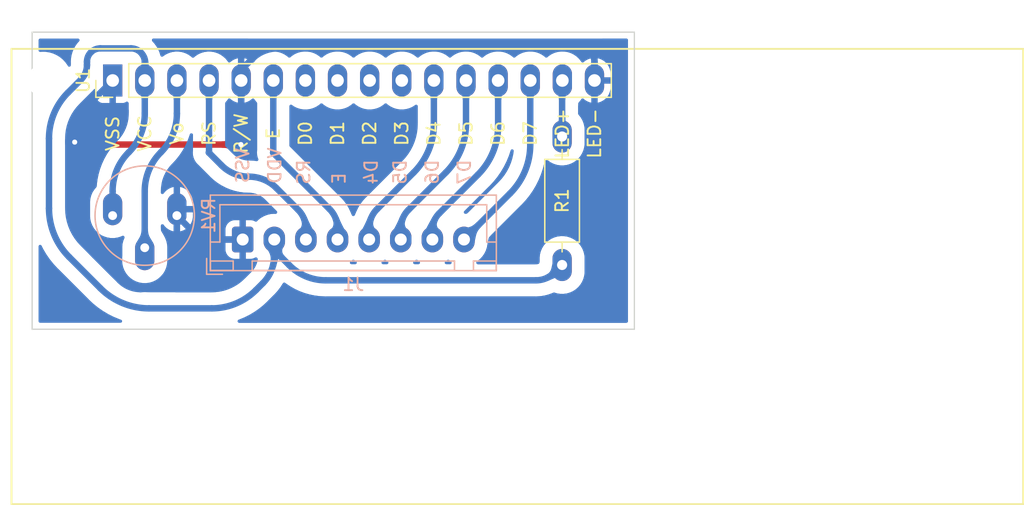
<source format=kicad_pcb>
(kicad_pcb (version 20211014) (generator pcbnew)
  (layers (0 "F.Cu" signal) (31 "B.Cu" signal) (34 "B.Paste" user) (35 "F.Paste" user) (36 "B.SilkS" user "B.Silkscreen") (37 "F.SilkS" user "F.Silkscreen") (38 "B.Mask" user) (39 "F.Mask" user) (44 "Edge.Cuts" user))
  (net 0 "")
  (net 1 "GND")
  (net 2 "+5V")
  (net 3 "Net-(J1-Pad3)")
  (net 4 "Net-(J1-Pad4)")
  (net 5 "Net-(J1-Pad5)")
  (net 6 "Net-(J1-Pad6)")
  (net 7 "Net-(J1-Pad7)")
  (net 8 "Net-(J1-Pad8)")
  (net 9 "Net-(R1-Pad1)")
  (net 10 "Net-(RV1-Pad2)")
  (footprint "My_Misc:R_Axial_DIN0207_L6.3mm_D2.5mm_P10.16mm_Horizontal_larger_pads" (layer "F.Cu") (at 149.86 80.01 -90)
    (fp_text reference "R1" (at 5.08 0 90) (layer "F.SilkS"))
    (fp_text value "220R")
    (fp_line (start 9.12 0) (end 8.35 0) (layer "F.SilkS") (width 0.12))
    (fp_line (start 1.04 0) (end 1.81 0) (layer "F.SilkS") (width 0.12))
    (fp_line (start 1.81 1.37) (end 8.35 1.37) (layer "F.SilkS") (width 0.12))
    (fp_line (start 1.81 -1.37) (end 1.81 1.37) (layer "F.SilkS") (width 0.12))
    (fp_line (start 8.35 -1.37) (end 1.81 -1.37) (layer "F.SilkS") (width 0.12))
    (fp_line (start 8.35 1.37) (end 8.35 -1.37) (layer "F.SilkS") (width 0.12))
    (pad "1" thru_hole oval (at 0 0 270) (size 2.54 1.524) (drill 0.8) (layers *.Cu *.Mask) (net 9 "Net-(R1-Pad1)"))
    (pad "2" thru_hole oval (at 10.16 0 270) (size 2.54 1.524) (drill 0.8) (layers *.Cu *.Mask) (net 2 "+5V"))
  )
  (footprint "My_Parts:LCD_HD44780_16x2_w_headers_large" (layer "F.Cu") (at 114.32 75.58)
    (fp_text reference "U1" (at -2.33 0 90) (layer "F.SilkS"))
    (fp_text value "LCD_HD44780")
    (fp_text user "D1" (at 17.78 4.19 90) (layer "F.SilkS"))
    (fp_text user "E" (at 12.7 4.19 90) (layer "F.SilkS"))
    (fp_text user "Vo" (at 5.08 4.19 90) (layer "F.SilkS"))
    (fp_text user "D5" (at 27.94 4.19 90) (layer "F.SilkS"))
    (fp_text user "LED-" (at 38.1 4.19 90) (layer "F.SilkS"))
    (fp_text user "D3" (at 22.86 4.19 90) (layer "F.SilkS"))
    (fp_text user "R/W" (at 10.16 4.19 90) (layer "F.SilkS"))
    (fp_text user "D4" (at 25.4 4.19 90) (layer "F.SilkS"))
    (fp_text user "VCC" (at 2.54 4.19 90) (layer "F.SilkS"))
    (fp_text user "D0" (at 15.24 4.19 90) (layer "F.SilkS"))
    (fp_text user "D2" (at 20.32 4.19 90) (layer "F.SilkS"))
    (fp_text user "D6" (at 30.48 4.19 90) (layer "F.SilkS"))
    (fp_text user "LED+" (at 35.56 4.19 90) (layer "F.SilkS"))
    (fp_text user "VSS" (at 0 4.19 90) (layer "F.SilkS"))
    (fp_text user "RS" (at 7.62 4.19 90) (layer "F.SilkS"))
    (fp_text user "D7" (at 33.02 4.19 90) (layer "F.SilkS"))
    (fp_line (start 72 -2.5) (end -8 -2.5) (layer "F.SilkS") (width 0.15))
    (fp_line (start 1.27 -1.33) (end 39.43 -1.33) (layer "F.SilkS") (width 0.12))
    (fp_line (start 0 1.33) (end -1.33 1.33) (layer "F.SilkS") (width 0.12))
    (fp_line (start -8 -2.5) (end -8 33.5) (layer "F.SilkS") (width 0.15))
    (fp_line (start -8 33.5) (end 72 33.5) (layer "F.SilkS") (width 0.15))
    (fp_line (start -1.33 1.33) (end -1.33 0) (layer "F.SilkS") (width 0.12))
    (fp_line (start 1.27 1.33) (end 39.43 1.33) (layer "F.SilkS") (width 0.12))
    (fp_line (start 1.27 1.33) (end 1.27 -1.33) (layer "F.SilkS") (width 0.12))
    (fp_line (start 72 33.5) (end 72 -2.5) (layer "F.SilkS") (width 0.15))
    (fp_line (start 39.43 1.33) (end 39.43 -1.33) (layer "F.SilkS") (width 0.12))
    (pad "" np_thru_hole circle (at 69.5 0) (size 2.5 2.5) (drill 2.5) (layers *.Cu *.Mask))
    (pad "" np_thru_hole circle (at -5.5 0) (size 2.5 2.5) (drill 2.5) (layers *.Cu *.Mask))
    (pad "" np_thru_hole circle (at -5.5 31) (size 2.5 2.5) (drill 2.5) (layers *.Cu *.Mask))
    (pad "" np_thru_hole circle (at 69.5 31) (size 2.5 2.5) (drill 2.5) (layers *.Cu *.Mask))
    (pad "1" thru_hole rect (at 0 0 90) (size 2.54 1.524) (drill 1) (layers *.Cu *.Mask) (net 1 "GND"))
    (pad "2" thru_hole oval (at 2.54 0 90) (size 2.54 1.524) (drill 1) (layers *.Cu *.Mask) (net 2 "+5V"))
    (pad "3" thru_hole oval (at 5.08 0 90) (size 2.54 1.524) (drill 1) (layers *.Cu *.Mask) (net 10 "Net-(RV1-Pad2)"))
    (pad "4" thru_hole oval (at 7.62 0 90) (size 2.54 1.524) (drill 1) (layers *.Cu *.Mask) (net 3 "Net-(J1-Pad3)"))
    (pad "5" thru_hole oval (at 10.16 0 90) (size 2.54 1.524) (drill 1) (layers *.Cu *.Mask) (net 1 "GND"))
    (pad "6" thru_hole oval (at 12.7 0 90) (size 2.54 1.524) (drill 1) (layers *.Cu *.Mask) (net 4 "Net-(J1-Pad4)"))
    (pad "7" thru_hole oval (at 15.24 0 90) (size 2.54 1.524) (drill 1) (layers *.Cu *.Mask))
    (pad "8" thru_hole oval (at 17.78 0 90) (size 2.54 1.524) (drill 1) (layers *.Cu *.Mask))
    (pad "9" thru_hole oval (at 20.32 0 90) (size 2.54 1.524) (drill 1) (layers *.Cu *.Mask))
    (pad "10" thru_hole oval (at 22.86 0 90) (size 2.54 1.524) (drill 1) (layers *.Cu *.Mask))
    (pad "11" thru_hole oval (at 25.4 0 90) (size 2.54 1.524) (drill 1) (layers *.Cu *.Mask) (net 5 "Net-(J1-Pad5)"))
    (pad "12" thru_hole oval (at 27.94 0 90) (size 2.54 1.524) (drill 1) (layers *.Cu *.Mask) (net 6 "Net-(J1-Pad6)"))
    (pad "13" thru_hole oval (at 30.48 0 90) (size 2.54 1.524) (drill 1) (layers *.Cu *.Mask) (net 7 "Net-(J1-Pad7)"))
    (pad "14" thru_hole oval (at 33.02 0 90) (size 2.54 1.524) (drill 1) (layers *.Cu *.Mask) (net 8 "Net-(J1-Pad8)"))
    (pad "15" thru_hole oval (at 35.56 0 90) (size 2.54 1.524) (drill 1) (layers *.Cu *.Mask) (net 9 "Net-(R1-Pad1)"))
    (pad "16" thru_hole oval (at 38.1 0 90) (size 2.54 1.524) (drill 1) (layers *.Cu *.Mask) (net 1 "GND"))
  )
  (footprint "My_Misc:Potentiometer_Bourns_3339P_Vertical_large" (layer "B.Cu") (at 114.315 86.2635 90)
    (fp_text reference "RV1" (at 0 7.6 90) (layer "B.SilkS") (effects (justify mirror)))
    (fp_text value "10k")
    (fp_circle (center 0 2.54) (end 3.93 2.54) (layer "B.SilkS") (width 0.12) (fill none))
    (pad "1" thru_hole oval locked (at 0 0 90) (size 2.54 1.524) (drill 0.7 (offset 0.508 0)) (layers *.Cu *.Mask) (net 2 "+5V"))
    (pad "2" thru_hole oval locked (at -2.54 2.54 90) (size 2.54 1.524) (drill 0.7 (offset -0.508 0)) (layers *.Cu *.Mask) (net 10 "Net-(RV1-Pad2)"))
    (pad "3" thru_hole oval locked (at 0 5.08 90) (size 2.54 1.524) (drill 0.7 (offset 0.508 0)) (layers *.Cu *.Mask) (net 1 "GND"))
  )
  (footprint "My_Headers:8-pin JST LCD" (layer "B.Cu") (at 124.6 88.155)
    (fp_text reference "J1" (at 8.75 3.55) (layer "B.SilkS") (effects (justify mirror)))
    (fp_text value "8-pin_header_LCD_interface")
    (fp_text user "VSS" (at 0 -5.842 90 unlocked) (layer "B.SilkS") (effects (justify mirror)))
    (fp_text user "D5" (at 12.446 -5.334 90 unlocked) (layer "B.SilkS") (effects (justify mirror)))
    (fp_text user "RS" (at 4.826 -5.334 90 unlocked) (layer "B.SilkS") (effects (justify mirror)))
    (fp_text user "VDD" (at 2.54 -5.842 90 unlocked) (layer "B.SilkS") (effects (justify mirror)))
    (fp_text user "E" (at 7.62 -4.826 90 unlocked) (layer "B.SilkS") (effects (justify mirror)))
    (fp_text user "D6" (at 14.986 -5.334 90 unlocked) (layer "B.SilkS") (effects (justify mirror)))
    (fp_text user "D7" (at 17.526 -5.334 90 unlocked) (layer "B.SilkS") (effects (justify mirror)))
    (fp_text user "D4" (at 10.16 -5.334 90 unlocked) (layer "B.SilkS") (effects (justify mirror)))
    (fp_line (start -2.56 2.46) (end -2.56 -3.51) (layer "B.SilkS") (width 0.12))
    (fp_line (start -0.75 1.7) (end -0.75 2.45) (layer "B.SilkS") (width 0.12))
    (fp_line (start -1.6 2.75) (end -2.85 2.75) (layer "B.SilkS") (width 0.12))
    (fp_line (start -1.8 0.2) (end -1.8 -2.75) (layer "B.SilkS") (width 0.12))
    (fp_line (start 19.3 -2.75) (end 8.75 -2.75) (layer "B.SilkS") (width 0.12))
    (fp_line (start 20.05 1.7) (end 20.05 2.45) (layer "B.SilkS") (width 0.12))
    (fp_line (start -2.55 1.7) (end -0.75 1.7) (layer "B.SilkS") (width 0.12))
    (fp_line (start -2.85 2.75) (end -2.85 1.5) (layer "B.SilkS") (width 0.12))
    (fp_line (start 16.75 2.45) (end 0.75 2.45) (layer "B.SilkS") (width 0.12))
    (fp_line (start 20.06 -3.51) (end 20.06 2.46) (layer "B.SilkS") (width 0.12))
    (fp_line (start 20.06 2.46) (end -2.56 2.46) (layer "B.SilkS") (width 0.12))
    (fp_line (start 0.75 2.45) (end 0.75 1.7) (layer "B.SilkS") (width 0.12))
    (fp_line (start 19.3 0.2) (end 19.3 -2.75) (layer "B.SilkS") (width 0.12))
    (fp_line (start 20.05 2.45) (end 18.25 2.45) (layer "B.SilkS") (width 0.12))
    (fp_line (start -1.8 -2.75) (end 8.75 -2.75) (layer "B.SilkS") (width 0.12))
    (fp_line (start -0.75 2.45) (end -2.55 2.45) (layer "B.SilkS") (width 0.12))
    (fp_line (start 18.25 2.45) (end 18.25 1.7) (layer "B.SilkS") (width 0.12))
    (fp_line (start 0.75 1.7) (end 16.75 1.7) (layer "B.SilkS") (width 0.12))
    (fp_line (start 18.25 1.7) (end 20.05 1.7) (layer "B.SilkS") (width 0.12))
    (fp_line (start -2.55 2.45) (end -2.55 1.7) (layer "B.SilkS") (width 0.12))
    (fp_line (start -2.55 0.2) (end -1.8 0.2) (layer "B.SilkS") (width 0.12))
    (fp_line (start 16.75 1.7) (end 16.75 2.45) (layer "B.SilkS") (width 0.12))
    (fp_line (start -2.56 -3.51) (end 20.06 -3.51) (layer "B.SilkS") (width 0.12))
    (fp_line (start 20.05 0.2) (end 19.3 0.2) (layer "B.SilkS") (width 0.12))
    (pad "1" thru_hole roundrect (at 0 0) (size 1.7 2.032) (drill 0.95) (layers *.Cu *.Mask) (roundrect_rratio 0.147059) (net 1 "GND"))
    (pad "2" thru_hole oval (at 2.5 0) (size 1.7 2.032) (drill 0.95) (layers *.Cu *.Mask) (net 2 "+5V"))
    (pad "3" thru_hole oval (at 5 0) (size 1.7 2.032) (drill 0.95) (layers *.Cu *.Mask) (net 3 "Net-(J1-Pad3)"))
    (pad "4" thru_hole oval (at 7.5 0) (size 1.7 2.032) (drill 0.95) (layers *.Cu *.Mask) (net 4 "Net-(J1-Pad4)"))
    (pad "5" thru_hole oval (at 10 0) (size 1.7 2.032) (drill 0.95) (layers *.Cu *.Mask) (net 5 "Net-(J1-Pad5)"))
    (pad "6" thru_hole oval (at 12.5 0) (size 1.7 2.032) (drill 0.95) (layers *.Cu *.Mask) (net 6 "Net-(J1-Pad6)"))
    (pad "7" thru_hole oval (at 15 0) (size 1.7 2.032) (drill 0.95) (layers *.Cu *.Mask) (net 7 "Net-(J1-Pad7)"))
    (pad "8" thru_hole oval (at 17.5 0) (size 1.7 2.032) (drill 0.95) (layers *.Cu *.Mask) (net 8 "Net-(J1-Pad8)"))
  )
  (gr_line (start 107.95 95.25) (end 107.95 71.755) (layer "Edge.Cuts") (width 0.1))
  (gr_line (start 155.575 95.25) (end 107.95 95.25) (layer "Edge.Cuts") (width 0.1))
  (gr_line (start 155.575 71.755) (end 155.575 95.25) (layer "Edge.Cuts") (width 0.1))
  (gr_line (start 107.95 71.755) (end 155.575 71.755) (layer "Edge.Cuts") (width 0.1))
  (segment (start 111.412068 80.54931) (end 111.316379 80.453621) (width 0.508) (layer "F.Cu") (net 1))
  (segment (start 111.643083 80.645) (end 124.46 80.645) (width 0.508) (layer "F.Cu") (net 1))
  (via (at 124.46 80.645) (size 1.524) (drill 0.4) (layers "F.Cu" "B.Cu") (net 1))
  (via (at 111.316379 80.453621) (size 1.524) (drill 0.4) (layers "F.Cu" "B.Cu") (net 1))
  (arc (start 111.412068 80.54931) (mid 111.518058 80.62013) (end 111.643083 80.645) (width 0.508) (layer "F.Cu") (net 1))
  (segment (start 111.316379 85.567415) (end 111.316379 80.453621) (width 0.508) (layer "B.Cu") (net 1))
  (segment (start 119.395 86.2635) (end 120.34075 87.20925) (width 0.508) (layer "B.Cu") (net 1))
  (segment (start 124.46 80.645) (end 124.47 80.635) (width 0.508) (layer "B.Cu") (net 1))
  (segment (start 112.910171 89.415171) (end 114.89648 91.40148) (width 0.508) (layer "B.Cu") (net 1))
  (segment (start 118.434999 91.114999) (end 118.148519 91.40148) (width 0.508) (layer "B.Cu") (net 1))
  (segment (start 125.329158 73.889158) (end 124.777579 74.440738) (width 0.508) (layer "B.Cu") (net 1))
  (segment (start 127.37921 73.04) (end 151.327451 73.04) (width 0.508) (layer "B.Cu") (net 1))
  (segment (start 122.623992 88.155) (end 124.6 88.155) (width 0.508) (layer "B.Cu") (net 1))
  (segment (start 111.316379 79.518621) (end 111.316379 80.453621) (width 0.508) (layer "B.Cu") (net 1))
  (segment (start 124.48 76.000841) (end 124.48 80.610857) (width 0.508) (layer "B.Cu") (net 1))
  (segment (start 111.977523 77.922476) (end 114.32 75.58) (width 0.508) (layer "B.Cu") (net 1))
  (segment (start 152.42 74.132548) (end 152.42 75.58) (width 0.508) (layer "B.Cu") (net 1))
  (segment (start 119.395 86.2635) (end 119.395 88.797354) (width 0.508) (layer "B.Cu") (net 1))
  (segment (start 124.48 75.159159) (end 124.48 76.000841) (width 0.508) (layer "B.Cu") (net 1))
  (arc (start 152.1 73.36) (mid 152.336834 73.714448) (end 152.42 74.132548) (width 0.508) (layer "B.Cu") (net 1))
  (arc (start 120.34075 87.20925) (mid 121.38831 87.909207) (end 122.623992 88.155) (width 0.508) (layer "B.Cu") (net 1))
  (arc (start 118.148519 91.40148) (mid 117.402495 91.899957) (end 116.5225 92.075) (width 0.508) (layer "B.Cu") (net 1))
  (arc (start 111.316379 85.567415) (mid 111.730592 87.649805) (end 112.910171 89.415171) (width 0.508) (layer "B.Cu") (net 1))
  (arc (start 114.89648 91.40148) (mid 115.642504 91.899957) (end 116.5225 92.075) (width 0.508) (layer "B.Cu") (net 1))
  (arc (start 152.1 73.36) (mid 151.745551 73.123165) (end 151.327451 73.04) (width 0.508) (layer "B.Cu") (net 1))
  (arc (start 124.48 80.610857) (mid 124.477401 80.623923) (end 124.47 80.635) (width 0.508) (layer "B.Cu") (net 1))
  (arc (start 127.37921 73.04) (mid 126.26973 73.260688) (end 125.329158 73.889158) (width 0.508) (layer "B.Cu") (net 1))
  (arc (start 124.777579 74.440738) (mid 124.557338 74.770352) (end 124.48 75.159159) (width 0.508) (layer "B.Cu") (net 1))
  (arc (start 111.977523 77.922476) (mid 111.488204 78.654793) (end 111.316379 79.518621) (width 0.508) (layer "B.Cu") (net 1))
  (arc (start 119.395 88.797354) (mid 119.145503 90.051654) (end 118.434999 91.114999) (width 0.508) (layer "B.Cu") (net 1))
  (segment (start 113.344945 92.005207) (end 110.878171 89.538433) (width 0.508) (layer "B.Cu") (net 2))
  (segment (start 122.159632 93.599) (end 117.192701 93.599) (width 0.508) (layer "B.Cu") (net 2))
  (segment (start 110.786189 76.53881) (end 111.801156 75.523843) (width 0.508) (layer "B.Cu") (net 2))
  (segment (start 149.253912 90.776087) (end 149.86 90.17) (width 0.508) (layer "B.Cu") (net 2))
  (segment (start 147.790687 91.382175) (end 131.166627 91.382175) (width 0.508) (layer "B.Cu") (net 2))
  (segment (start 115.767451 73.04) (end 113.346406 73.04) (width 0.508) (layer "B.Cu") (net 2))
  (segment (start 116.86 75.58) (end 116.86 78.190413) (width 0.508) (layer "B.Cu") (net 2))
  (segment (start 125.652999 92.151999) (end 126.198438 91.606561) (width 0.508) (layer "B.Cu") (net 2))
  (segment (start 116.86 74.132548) (end 116.86 75.58) (width 0.508) (layer "B.Cu") (net 2))
  (segment (start 127.1 88.5775) (end 127.1 89.43) (width 0.508) (layer "B.Cu") (net 2))
  (segment (start 114.315 84.334586) (end 114.315 86.2635) (width 0.508) (layer "B.Cu") (net 2))
  (segment (start 109.284379 80.164501) (end 109.284379 85.690677) (width 0.508) (layer "B.Cu") (net 2))
  (segment (start 127.398752 89.298752) (end 128.291087 90.191087) (width 0.508) (layer "B.Cu") (net 2))
  (segment (start 112.288 74.098406) (end 112.288 74.3485) (width 0.508) (layer "B.Cu") (net 2))
  (arc (start 127.1 89.43) (mid 126.865691 90.607946) (end 126.198438 91.606561) (width 0.508) (layer "B.Cu") (net 2))
  (arc (start 110.786189 76.53881) (mid 109.674686 78.202291) (end 109.284379 80.164501) (width 0.508) (layer "B.Cu") (net 2))
  (arc (start 112.598 73.35) (mid 112.368566 73.693371) (end 112.288 74.098406) (width 0.508) (layer "B.Cu") (net 2))
  (arc (start 113.344945 92.005207) (mid 115.11031 93.184786) (end 117.192701 93.599) (width 0.508) (layer "B.Cu") (net 2))
  (arc (start 125.652999 92.151999) (mid 124.050229 93.222936) (end 122.159632 93.599) (width 0.508) (layer "B.Cu") (net 2))
  (arc (start 128.291087 90.191087) (mid 129.610396 91.072621) (end 131.166627 91.382175) (width 0.508) (layer "B.Cu") (net 2))
  (arc (start 116.54 73.36) (mid 116.185551 73.123165) (end 115.767451 73.04) (width 0.508) (layer "B.Cu") (net 2))
  (arc (start 109.284379 85.690677) (mid 109.698592 87.773067) (end 110.878171 89.538433) (width 0.508) (layer "B.Cu") (net 2))
  (arc (start 116.54 73.36) (mid 116.776834 73.714448) (end 116.86 74.132548) (width 0.508) (layer "B.Cu") (net 2))
  (arc (start 127.1 88.5775) (mid 127.177643 88.967838) (end 127.398752 89.298752) (width 0.508) (layer "B.Cu") (net 2))
  (arc (start 115.5875 81.2625) (mid 114.645711 82.671985) (end 114.315 84.334586) (width 0.508) (layer "B.Cu") (net 2))
  (arc (start 112.288 74.3485) (mid 112.161473 74.984591) (end 111.801156 75.523843) (width 0.508) (layer "B.Cu") (net 2))
  (arc (start 127.1 88.5775) (mid 127.1 88.5775) (end 127.1 88.5775) (width 0.508) (layer "B.Cu") (net 2))
  (arc (start 116.86 78.190413) (mid 116.529288 79.853014) (end 115.5875 81.2625) (width 0.508) (layer "B.Cu") (net 2))
  (arc (start 113.346406 73.04) (mid 112.941371 73.120566) (end 112.598 73.35) (width 0.508) (layer "B.Cu") (net 2))
  (arc (start 149.253912 90.776087) (mid 148.582578 91.224657) (end 147.790687 91.382175) (width 0.508) (layer "B.Cu") (net 2))
  (segment (start 128.986584 85.806584) (end 127.263025 84.083025) (width 0.508) (layer "B.Cu") (net 3))
  (segment (start 121.94 81.245857) (end 121.94 75.58) (width 0.508) (layer "B.Cu") (net 3))
  (segment (start 121.93 81.29) (end 122.926974 82.286974) (width 0.508) (layer "B.Cu") (net 3))
  (segment (start 129.6 87.2875) (end 129.6 88.155) (width 0.508) (layer "B.Cu") (net 3))
  (arc (start 128.986584 85.806584) (mid 129.440578 86.486034) (end 129.6 87.2875) (width 0.508) (layer "B.Cu") (net 3))
  (arc (start 121.93 81.27) (mid 121.925857 81.28) (end 121.93 81.29) (width 0.508) (layer "B.Cu") (net 3))
  (arc (start 122.926974 82.286974) (mid 123.921672 82.95161) (end 125.095 83.185) (width 0.508) (layer "B.Cu") (net 3))
  (arc (start 127.263025 84.083025) (mid 126.268326 83.418389) (end 125.095 83.185) (width 0.508) (layer "B.Cu") (net 3))
  (arc (start 121.94 81.245857) (mid 121.937401 81.258923) (end 121.93 81.27) (width 0.508) (layer "B.Cu") (net 3))
  (segment (start 131.472442 85.752442) (end 127.01 81.29) (width 0.508) (layer "B.Cu") (net 4))
  (segment (start 132.1 87.2675) (end 132.1 88.155) (width 0.508) (layer "B.Cu") (net 4))
  (segment (start 127.02 81.245857) (end 127.02 75.58) (width 0.508) (layer "B.Cu") (net 4))
  (arc (start 127.02 81.245857) (mid 127.017401 81.258923) (end 127.01 81.27) (width 0.508) (layer "B.Cu") (net 4))
  (arc (start 127.01 81.27) (mid 127.005857 81.28) (end 127.01 81.29) (width 0.508) (layer "B.Cu") (net 4))
  (arc (start 131.472442 85.752442) (mid 131.936902 86.447556) (end 132.1 87.2675) (width 0.508) (layer "B.Cu") (net 4))
  (segment (start 139.72 79.006036) (end 139.72 75.58) (width 0.508) (layer "B.Cu") (net 5))
  (segment (start 134.6 87.2675) (end 134.6 88.155) (width 0.508) (layer "B.Cu") (net 5))
  (segment (start 135.227557 85.752442) (end 138.126207 82.853792) (width 0.508) (layer "B.Cu") (net 5))
  (arc (start 139.72 79.006036) (mid 139.305786 81.088426) (end 138.126207 82.853792) (width 0.508) (layer "B.Cu") (net 5))
  (arc (start 135.227557 85.752442) (mid 134.763096 86.447556) (end 134.6 87.2675) (width 0.508) (layer "B.Cu") (net 5))
  (segment (start 137.1 87.2875) (end 137.1 88.155) (width 0.508) (layer "B.Cu") (net 6))
  (segment (start 137.713415 85.806584) (end 140.666207 82.853792) (width 0.508) (layer "B.Cu") (net 6))
  (segment (start 142.26 79.006036) (end 142.26 75.58) (width 0.508) (layer "B.Cu") (net 6))
  (arc (start 137.713415 85.806584) (mid 137.259421 86.486034) (end 137.1 87.2875) (width 0.508) (layer "B.Cu") (net 6))
  (arc (start 142.26 79.006036) (mid 141.845786 81.088426) (end 140.666207 82.853792) (width 0.508) (layer "B.Cu") (net 6))
  (segment (start 144.8 79.177036) (end 144.8 75.58) (width 0.508) (layer "B.Cu") (net 7))
  (segment (start 143.206207 83.024792) (end 140.138815 86.092184) (width 0.508) (layer "B.Cu") (net 7))
  (segment (start 139.6 87.393) (end 139.6 88.155) (width 0.508) (layer "B.Cu") (net 7))
  (arc (start 144.8 79.177036) (mid 144.385786 81.259426) (end 143.206207 83.024792) (width 0.508) (layer "B.Cu") (net 7))
  (arc (start 140.138815 86.092184) (mid 139.740033 86.689003) (end 139.6 87.393) (width 0.508) (layer "B.Cu") (net 7))
  (segment (start 147.34 80.661036) (end 147.34 75.58) (width 0.508) (layer "B.Cu") (net 8))
  (segment (start 145.746207 84.508792) (end 142.1 88.155) (width 0.508) (layer "B.Cu") (net 8))
  (arc (start 147.34 80.661036) (mid 146.925786 82.743426) (end 145.746207 84.508792) (width 0.508) (layer "B.Cu") (net 8))
  (segment (start 149.87 75.59) (end 149.88 75.58) (width 0.508) (layer "B.Cu") (net 9))
  (segment (start 149.86 75.614142) (end 149.86 80.01) (width 0.508) (layer "B.Cu") (net 9))
  (arc (start 149.87 75.59) (mid 149.862598 75.601076) (end 149.86 75.614142) (width 0.508) (layer "B.Cu") (net 9))
  (segment (start 116.855 84.334586) (end 116.855 88.8035) (width 0.508) (layer "B.Cu") (net 10))
  (segment (start 119.4 78.190413) (end 119.4 75.58) (width 0.508) (layer "B.Cu") (net 10))
  (arc (start 118.1275 81.2625) (mid 117.185711 82.671985) (end 116.855 84.334586) (width 0.508) (layer "B.Cu") (net 10))
  (arc (start 119.4 78.190413) (mid 119.069288 79.853014) (end 118.1275 81.2625) (width 0.508) (layer "B.Cu") (net 10))
  (zone (net 1) (net_name "GND") (layer "F.Cu") (priority 16962) (connect_pads yes (clearance 0)) (min_thickness 0.0254) (fill yes (thermal_gap 0.508) (thermal_bridge_width 0.508))
    (polygon (pts (xy 112.825083 80.391) (xy 112.667913 80.384919) (xy 112.535725 80.367073) (xy 112.423775 80.338053) (xy 112.32732 80.29845) (xy 112.241618 80.248857) (xy 112.161926 80.189866) (xy 112.0835 80.122069) (xy 112.001598 80.046057) (xy 111.911476 79.962423) (xy 111.808393 79.871758) (xy 110.947309 80.359029) (xy 111.467861 81.200412) (xy 111.62781 81.163429) (xy 111.764644 81.123959) (xy 111.885012 81.083505) (xy 111.995563 81.043571) (xy 112.102947 81.005657) (xy 112.213813 80.971267) (xy 112.33481 80.941904) (xy 112.472588 80.91907) (xy 112.633795 80.904268) (xy 112.825083 80.899)))
  )
  (zone (net 1) (net_name "GND") (layer "F.Cu") (priority 16962) (connect_pads yes (clearance 0)) (min_thickness 0.0254) (fill yes (thermal_gap 0.508) (thermal_bridge_width 0.508))
    (polygon (pts (xy 122.938 80.899) (xy 123.112035 80.904759) (xy 123.258294 80.921396) (xy 123.382606 80.94795) (xy 123.490798 80.98346) (xy 123.588699 81.026966) (xy 123.682138 81.077506) (xy 123.776945 81.134121) (xy 123.878947 81.195848) (xy 123.993973 81.261728) (xy 124.127852 81.3308) (xy 124.841 80.645) (xy 124.127852 79.9592) (xy 123.993973 80.028271) (xy 123.878947 80.094151) (xy 123.776945 80.155878) (xy 123.682138 80.212493) (xy 123.588699 80.263033) (xy 123.490798 80.306539) (xy 123.382606 80.342049) (xy 123.258294 80.368603) (xy 123.112035 80.38524) (xy 122.938 80.391)))
  )
  (zone (net 4) (net_name "Net-(J1-Pad4)") (layer "B.Cu") (priority 16962) (connect_pads yes (clearance 0)) (min_thickness 0.0254) (fill yes (thermal_gap 0.508) (thermal_bridge_width 0.508))
    (polygon (pts (xy 127.274 77.102) (xy 127.279759 76.927964) (xy 127.296396 76.781705) (xy 127.32295 76.657393) (xy 127.35846 76.549201) (xy 127.401966 76.4513) (xy 127.452506 76.357861) (xy 127.509121 76.263054) (xy 127.570848 76.161052) (xy 127.636728 76.046026) (xy 127.7058 75.912148) (xy 127.02 75.199) (xy 126.3342 75.912148) (xy 126.403271 76.046026) (xy 126.469151 76.161052) (xy 126.530878 76.263054) (xy 126.587493 76.357861) (xy 126.638033 76.4513) (xy 126.681539 76.549201) (xy 126.717049 76.657393) (xy 126.743603 76.781705) (xy 126.76024 76.927964) (xy 126.766 77.102)))
  )
  (zone (net 7) (net_name "Net-(J1-Pad7)") (layer "B.Cu") (priority 16962) (connect_pads yes (clearance 0)) (min_thickness 0.0254) (fill yes (thermal_gap 0.508) (thermal_bridge_width 0.508))
    (polygon (pts (xy 139.619006 86.359249) (xy 139.512502 86.547959) (xy 139.423138 86.708445) (xy 139.347043 86.847031) (xy 139.280347 86.970044) (xy 139.21918 87.083808) (xy 139.159673 87.194649) (xy 139.097956 87.308893) (xy 139.030158 87.432866) (xy 138.952411 87.572893) (xy 138.860844 87.7353) (xy 139.58868 88.579849) (xy 140.374597 87.805002) (xy 140.30458 87.668765) (xy 140.228934 87.546963) (xy 140.152988 87.435578) (xy 140.082072 87.330593) (xy 140.021519 87.227989) (xy 139.976659 87.123749) (xy 139.952822 87.013856) (xy 139.955339 86.894292) (xy 139.989541 86.761039) (xy 140.06076 86.610081)))
  )
  (zone (net 2) (net_name "+5V") (layer "B.Cu") (priority 16962) (connect_pads yes (clearance 0)) (min_thickness 0.0254) (fill yes (thermal_gap 0.508) (thermal_bridge_width 0.508))
    (polygon (pts (xy 116.410187 73.593979) (xy 116.542303 73.778614) (xy 116.621368 73.950492) (xy 116.6543 74.112792) (xy 116.648017 74.268694) (xy 116.609436 74.421379) (xy 116.545476 74.574026) (xy 116.463054 74.729817) (xy 116.369089 74.891931) (xy 116.270498 75.063549) (xy 116.1742 75.247852) (xy 116.86 75.961) (xy 117.444058 75.090593) (xy 117.314529 74.906509) (xy 117.233974 74.730291) (xy 117.189452 74.559138) (xy 117.168019 74.390252) (xy 117.156734 74.220831) (xy 117.142655 74.048075) (xy 117.11284 73.869186) (xy 117.054347 73.681361) (xy 116.954234 73.481802) (xy 116.799559 73.267709)))
  )
  (zone (net 8) (net_name "Net-(J1-Pad8)") (layer "B.Cu") (priority 16962) (connect_pads yes (clearance 0)) (min_thickness 0.0254) (fill yes (thermal_gap 0.508) (thermal_bridge_width 0.508))
    (polygon (pts (xy 147.594 77.102) (xy 147.599759 76.927964) (xy 147.616396 76.781705) (xy 147.64295 76.657393) (xy 147.67846 76.549201) (xy 147.721966 76.4513) (xy 147.772506 76.357861) (xy 147.829121 76.263054) (xy 147.890848 76.161052) (xy 147.956728 76.046026) (xy 148.0258 75.912148) (xy 147.34 75.199) (xy 146.6542 75.912148) (xy 146.723271 76.046026) (xy 146.789151 76.161052) (xy 146.850878 76.263054) (xy 146.907493 76.357861) (xy 146.958033 76.4513) (xy 147.001539 76.549201) (xy 147.037049 76.657393) (xy 147.063603 76.781705) (xy 147.08024 76.927964) (xy 147.086 77.102)))
  )
  (zone (net 3) (net_name "Net-(J1-Pad3)") (layer "B.Cu") (priority 16962) (connect_pads yes (clearance 0)) (min_thickness 0.0254) (fill yes (thermal_gap 0.508) (thermal_bridge_width 0.508))
    (polygon (pts (xy 122.194 77.102) (xy 122.199759 76.927964) (xy 122.216396 76.781705) (xy 122.24295 76.657393) (xy 122.27846 76.549201) (xy 122.321966 76.4513) (xy 122.372506 76.357861) (xy 122.429121 76.263054) (xy 122.490848 76.161052) (xy 122.556728 76.046026) (xy 122.6258 75.912148) (xy 121.94 75.199) (xy 121.2542 75.912148) (xy 121.323271 76.046026) (xy 121.389151 76.161052) (xy 121.450878 76.263054) (xy 121.507493 76.357861) (xy 121.558033 76.4513) (xy 121.601539 76.549201) (xy 121.637049 76.657393) (xy 121.663603 76.781705) (xy 121.68024 76.927964) (xy 121.686 77.102)))
  )
  (zone (net 1) (net_name "GND") (layer "B.Cu") (connect_pads (clearance 0.508)) (min_thickness 0.254) (fill yes (thermal_gap 0.508) (thermal_bridge_width 0.508))
    (polygon (pts (xy 156.845 96.52) (xy 106.68 96.52) (xy 106.68 70.485) (xy 156.845 70.485)))
  )
  (zone (net 10) (net_name "Net-(RV1-Pad2)") (layer "B.Cu") (priority 16962) (connect_pads yes (clearance 0)) (min_thickness 0.0254) (fill yes (thermal_gap 0.508) (thermal_bridge_width 0.508))
    (polygon (pts (xy 116.601 87.2815) (xy 116.59524 87.455535) (xy 116.578603 87.601794) (xy 116.552049 87.726106) (xy 116.516539 87.834298) (xy 116.473033 87.932199) (xy 116.422493 88.025638) (xy 116.365878 88.120445) (xy 116.304151 88.222447) (xy 116.238271 88.337473) (xy 116.1692 88.471352) (xy 116.855 89.1845) (xy 117.5408 88.471352) (xy 117.471728 88.337473) (xy 117.405848 88.222447) (xy 117.344121 88.120445) (xy 117.287506 88.025638) (xy 117.236966 87.932199) (xy 117.19346 87.834298) (xy 117.15795 87.726106) (xy 117.131396 87.601794) (xy 117.114759 87.455535) (xy 117.109 87.2815)))
  )
  (zone (net 4) (net_name "Net-(J1-Pad4)") (layer "B.Cu") (priority 16962) (connect_pads yes (clearance 0)) (min_thickness 0.0254) (fill yes (thermal_gap 0.508) (thermal_bridge_width 0.508))
    (polygon (pts (xy 131.699327 86.537762) (xy 131.756656 86.704696) (xy 131.781096 86.849328) (xy 131.777167 86.9765) (xy 131.749388 87.091052) (xy 131.70228 87.197827) (xy 131.640363 87.301665) (xy 131.568156 87.40741) (xy 131.49018 87.519902) (xy 131.410955 87.643982) (xy 131.335 87.784494) (xy 132.1 88.58) (xy 132.865 87.784494) (xy 132.78107 87.613794) (xy 132.707227 87.467937) (xy 132.640874 87.339809) (xy 132.579411 87.22229) (xy 132.520242 87.108266) (xy 132.460768 86.990619) (xy 132.398392 86.862234) (xy 132.330516 86.715993) (xy 132.254542 86.544779) (xy 132.167873 86.341478)))
  )
  (zone (net 7) (net_name "Net-(J1-Pad7)") (layer "B.Cu") (priority 16962) (connect_pads yes (clearance 0)) (min_thickness 0.0254) (fill yes (thermal_gap 0.508) (thermal_bridge_width 0.508))
    (polygon (pts (xy 145.054 77.102) (xy 145.059759 76.927964) (xy 145.076396 76.781705) (xy 145.10295 76.657393) (xy 145.13846 76.549201) (xy 145.181966 76.4513) (xy 145.232506 76.357861) (xy 145.289121 76.263054) (xy 145.350848 76.161052) (xy 145.416728 76.046026) (xy 145.4858 75.912148) (xy 144.8 75.199) (xy 144.1142 75.912148) (xy 144.183271 76.046026) (xy 144.249151 76.161052) (xy 144.310878 76.263054) (xy 144.367493 76.357861) (xy 144.418033 76.4513) (xy 144.461539 76.549201) (xy 144.497049 76.657393) (xy 144.523603 76.781705) (xy 144.54024 76.927964) (xy 144.546 77.102)))
  )
  (zone (net 0) (net_name "") (layer "B.Cu") (connect_pads (clearance 0.508)) (min_thickness 0.254) (fill yes (thermal_gap 0.508) (thermal_bridge_width 0.508))
    (polygon (pts (xy 158.115 97.79) (xy 105.41 97.79) (xy 105.41 69.215) (xy 158.115 69.215)))
  )
  (zone (net 10) (net_name "Net-(RV1-Pad2)") (layer "B.Cu") (priority 16962) (connect_pads yes (clearance 0)) (min_thickness 0.0254) (fill yes (thermal_gap 0.508) (thermal_bridge_width 0.508))
    (polygon (pts (xy 119.654 77.102) (xy 119.659759 76.927964) (xy 119.676396 76.781705) (xy 119.70295 76.657393) (xy 119.73846 76.549201) (xy 119.781966 76.4513) (xy 119.832506 76.357861) (xy 119.889121 76.263054) (xy 119.950848 76.161052) (xy 120.016728 76.046026) (xy 120.0858 75.912148) (xy 119.4 75.199) (xy 118.7142 75.912148) (xy 118.783271 76.046026) (xy 118.849151 76.161052) (xy 118.910878 76.263054) (xy 118.967493 76.357861) (xy 119.018033 76.4513) (xy 119.061539 76.549201) (xy 119.097049 76.657393) (xy 119.123603 76.781705) (xy 119.14024 76.927964) (xy 119.146 77.102)))
  )
  (zone (net 2) (net_name "+5V") (layer "B.Cu") (priority 16962) (connect_pads yes (clearance 0)) (min_thickness 0.0254) (fill yes (thermal_gap 0.508) (thermal_bridge_width 0.508))
    (polygon (pts (xy 117.114 77.102) (xy 117.119759 76.927964) (xy 117.136396 76.781705) (xy 117.16295 76.657393) (xy 117.19846 76.549201) (xy 117.241966 76.4513) (xy 117.292506 76.357861) (xy 117.349121 76.263054) (xy 117.410848 76.161052) (xy 117.476728 76.046026) (xy 117.5458 75.912148) (xy 116.86 75.199) (xy 116.1742 75.912148) (xy 116.243271 76.046026) (xy 116.309151 76.161052) (xy 116.370878 76.263054) (xy 116.427493 76.357861) (xy 116.478033 76.4513) (xy 116.521539 76.549201) (xy 116.557049 76.657393) (xy 116.583603 76.781705) (xy 116.60024 76.927964) (xy 116.606 77.102)))
  )
  (zone (net 2) (net_name "+5V") (layer "B.Cu") (priority 16962) (connect_pads yes (clearance 0)) (min_thickness 0.0254) (fill yes (thermal_gap 0.508) (thermal_bridge_width 0.508))
    (polygon (pts (xy 127.227758 90.33849) (xy 127.299565 90.083102) (xy 127.360156 89.866127) (xy 127.413064 89.679333) (xy 127.461821 89.51449) (xy 127.509959 89.363367) (xy 127.56101 89.217735) (xy 127.618508 89.069363) (xy 127.685983 88.910021) (xy 127.76697 88.731479) (xy 127.865 88.525506) (xy 127.1 87.73) (xy 126.335 88.525506) (xy 126.430868 88.711513) (xy 126.523159 88.875305) (xy 126.608593 89.023665) (xy 126.683888 89.163379) (xy 126.745764 89.301229) (xy 126.790939 89.444) (xy 126.816131 89.598478) (xy 126.818061 89.771445) (xy 126.793446 89.969686) (xy 126.739006 90.199986)))
  )
  (zone (net 2) (net_name "+5V") (layer "B.Cu") (priority 16962) (connect_pads yes (clearance 0)) (min_thickness 0.0254) (fill yes (thermal_gap 0.508) (thermal_bridge_width 0.508))
    (polygon (pts (xy 148.732015 91.436937) (xy 148.919227 91.35421) (xy 149.078453 91.284544) (xy 149.21607 91.225376) (xy 149.338456 91.174141) (xy 149.451988 91.128277) (xy 149.563045 91.08522) (xy 149.678003 91.042407) (xy 149.803241 90.997275) (xy 149.945137 90.947259) (xy 150.110068 90.889798) (xy 150.129407 89.900593) (xy 149.140203 89.91993) (xy 149.09675 90.061614) (xy 149.064556 90.193555) (xy 149.037903 90.31637) (xy 149.011074 90.430677) (xy 148.97835 90.537096) (xy 148.934014 90.636244) (xy 148.872347 90.728741) (xy 148.787633 90.815204) (xy 148.674154 90.896251) (xy 148.526191 90.972503)))
  )
  (zone (net 6) (net_name "Net-(J1-Pad6)") (layer "B.Cu") (priority 16962) (connect_pads yes (clearance 0)) (min_thickness 0.0254) (fill yes (thermal_gap 0.508) (thermal_bridge_width 0.508))
    (polygon (pts (xy 142.514 77.102) (xy 142.519759 76.927964) (xy 142.536396 76.781705) (xy 142.56295 76.657393) (xy 142.59846 76.549201) (xy 142.641966 76.4513) (xy 142.692506 76.357861) (xy 142.749121 76.263054) (xy 142.810848 76.161052) (xy 142.876728 76.046026) (xy 142.9458 75.912148) (xy 142.26 75.199) (xy 141.5742 75.912148) (xy 141.643271 76.046026) (xy 141.709151 76.161052) (xy 141.770878 76.263054) (xy 141.827493 76.357861) (xy 141.878033 76.4513) (xy 141.921539 76.549201) (xy 141.957049 76.657393) (xy 141.983603 76.781705) (xy 142.00024 76.927964) (xy 142.006 77.102)))
  )
  (zone (net 3) (net_name "Net-(J1-Pad3)") (layer "B.Cu") (priority 16962) (connect_pads yes (clearance 0)) (min_thickness 0.0254) (fill yes (thermal_gap 0.508) (thermal_bridge_width 0.508))
    (polygon (pts (xy 129.196507 86.560925) (xy 129.254024 86.724317) (xy 129.278512 86.865983) (xy 129.274551 86.990651) (xy 129.246722 87.103049) (xy 129.199604 87.207903) (xy 129.137779 87.309942) (xy 129.065825 87.413893) (xy 128.988324 87.524483) (xy 128.909855 87.646441) (xy 128.835 87.784494) (xy 129.6 88.58) (xy 130.365 87.784494) (xy 130.281721 87.61546) (xy 130.208182 87.471181) (xy 130.141821 87.344591) (xy 130.080079 87.228627) (xy 130.020395 87.116223) (xy 129.960209 87.000315) (xy 129.89696 86.87384) (xy 129.828089 86.729732) (xy 129.751034 86.560928) (xy 129.663237 86.360363)))
  )
  (zone (net 9) (net_name "Net-(R1-Pad1)") (layer "B.Cu") (priority 16962) (connect_pads yes (clearance 0)) (min_thickness 0.0254) (fill yes (thermal_gap 0.508) (thermal_bridge_width 0.508))
    (polygon (pts (xy 150.114 77.106142) (xy 150.119776 76.93332) (xy 150.136508 76.788067) (xy 150.163295 76.664643) (xy 150.199239 76.557312) (xy 150.243441 76.460336) (xy 150.295003 76.367978) (xy 150.353026 76.2745) (xy 150.416612 76.174166) (xy 150.48486 76.061237) (xy 150.556874 75.929977) (xy 149.889968 75.199131) (xy 149.185745 75.89409) (xy 149.252121 76.031416) (xy 149.315747 76.149313) (xy 149.375626 76.253725) (xy 149.430758 76.350593) (xy 149.480146 76.445859) (xy 149.522792 76.545465) (xy 149.557698 76.655355) (xy 149.583867 76.781469) (xy 149.6003 76.929751) (xy 149.606 77.106142)))
  )
  (zone (net 5) (net_name "Net-(J1-Pad5)") (layer "B.Cu") (priority 16962) (connect_pads yes (clearance 0)) (min_thickness 0.0254) (fill yes (thermal_gap 0.508) (thermal_bridge_width 0.508))
    (polygon (pts (xy 134.532125 86.341478) (xy 134.445455 86.544779) (xy 134.369481 86.715992) (xy 134.301606 86.862234) (xy 134.23923 86.990619) (xy 134.179756 87.108266) (xy 134.120587 87.22229) (xy 134.059125 87.339809) (xy 133.992771 87.467938) (xy 133.918929 87.613794) (xy 133.835 87.784494) (xy 134.6 88.58) (xy 135.365 87.784494) (xy 135.289044 87.643982) (xy 135.209819 87.519902) (xy 135.131842 87.40741) (xy 135.059635 87.301665) (xy 134.997718 87.197827) (xy 134.95061 87.091052) (xy 134.922831 86.9765) (xy 134.918901 86.849329) (xy 134.943341 86.704696) (xy 135.000671 86.537762)))
  )
  (zone (net 9) (net_name "Net-(R1-Pad1)") (layer "B.Cu") (priority 16962) (connect_pads yes (clearance 0)) (min_thickness 0.0254) (fill yes (thermal_gap 0.508) (thermal_bridge_width 0.508))
    (polygon (pts (xy 149.606 78.488) (xy 149.60024 78.662035) (xy 149.583603 78.808294) (xy 149.557049 78.932606) (xy 149.521539 79.040798) (xy 149.478033 79.138699) (xy 149.427493 79.232138) (xy 149.370878 79.326945) (xy 149.309151 79.428947) (xy 149.243271 79.543973) (xy 149.1742 79.677852) (xy 149.86 80.391) (xy 150.5458 79.677852) (xy 150.476728 79.543973) (xy 150.410848 79.428947) (xy 150.349121 79.326945) (xy 150.292506 79.232138) (xy 150.241966 79.138699) (xy 150.19846 79.040798) (xy 150.16295 78.932606) (xy 150.136396 78.808294) (xy 150.119759 78.662035) (xy 150.114 78.488)))
  )
  (zone (net 6) (net_name "Net-(J1-Pad6)") (layer "B.Cu") (priority 16962) (connect_pads yes (clearance 0)) (min_thickness 0.0254) (fill yes (thermal_gap 0.508) (thermal_bridge_width 0.508))
    (polygon (pts (xy 137.036761 86.360363) (xy 136.948963 86.560928) (xy 136.871908 86.729732) (xy 136.803037 86.87384) (xy 136.739789 87.000315) (xy 136.679603 87.116223) (xy 136.619919 87.228627) (xy 136.558177 87.344591) (xy 136.491817 87.471181) (xy 136.418278 87.615461) (xy 136.335 87.784494) (xy 137.1 88.58) (xy 137.865 87.784494) (xy 137.790144 87.646441) (xy 137.711675 87.524483) (xy 137.634173 87.413892) (xy 137.56222 87.309942) (xy 137.500394 87.207903) (xy 137.453276 87.103049) (xy 137.425447 86.990652) (xy 137.421486 86.865983) (xy 137.445974 86.724317) (xy 137.503491 86.560925)))
  )
  (zone (net 5) (net_name "Net-(J1-Pad5)") (layer "B.Cu") (priority 16962) (connect_pads yes (clearance 0)) (min_thickness 0.0254) (fill yes (thermal_gap 0.508) (thermal_bridge_width 0.508))
    (polygon (pts (xy 139.974 77.102) (xy 139.979759 76.927964) (xy 139.996396 76.781705) (xy 140.02295 76.657393) (xy 140.05846 76.549201) (xy 140.101966 76.4513) (xy 140.152506 76.357861) (xy 140.209121 76.263054) (xy 140.270848 76.161052) (xy 140.336728 76.046026) (xy 140.4058 75.912148) (xy 139.72 75.199) (xy 139.0342 75.912148) (xy 139.103271 76.046026) (xy 139.169151 76.161052) (xy 139.230878 76.263054) (xy 139.287493 76.357861) (xy 139.338033 76.4513) (xy 139.381539 76.549201) (xy 139.417049 76.657393) (xy 139.443603 76.781705) (xy 139.46024 76.927964) (xy 139.466 77.102)))
  )
  (zone (net 2) (net_name "+5V") (layer "B.Cu") (priority 16962) (connect_pads yes (clearance 0)) (min_thickness 0.0254) (fill yes (thermal_gap 0.508) (thermal_bridge_width 0.508))
    (polygon (pts (xy 127.931126 89.471916) (xy 127.831903 89.357126) (xy 127.76807 89.248563) (xy 127.734586 89.14414) (xy 127.726409 89.041769) (xy 127.738496 88.939363) (xy 127.765805 88.834836) (xy 127.803296 88.7261) (xy 127.845925 88.611068) (xy 127.888651 88.487653) (xy 127.926432 88.353768) (xy 127.00933 87.739785) (xy 126.49896 88.75604) (xy 126.626386 88.883525) (xy 126.735796 88.993098) (xy 126.83227 89.08981) (xy 126.920884 89.178713) (xy 127.006717 89.264862) (xy 127.094848 89.353308) (xy 127.190355 89.449105) (xy 127.298317 89.557305) (xy 127.423811 89.682961) (xy 127.571916 89.831126)))
  )
  (zone (net 2) (net_name "+5V") (layer "B.Cu") (priority 16962) (connect_pads yes (clearance 0)) (min_thickness 0.0254) (fill yes (thermal_gap 0.508) (thermal_bridge_width 0.508))
    (polygon (pts (xy 114.061 84.7415) (xy 114.05524 84.915535) (xy 114.038603 85.061794) (xy 114.012049 85.186106) (xy 113.976539 85.294298) (xy 113.933033 85.392199) (xy 113.882493 85.485638) (xy 113.825878 85.580445) (xy 113.764151 85.682447) (xy 113.698271 85.797473) (xy 113.6292 85.931352) (xy 114.315 86.6445) (xy 115.0008 85.931352) (xy 114.931728 85.797473) (xy 114.865848 85.682447) (xy 114.804121 85.580445) (xy 114.747506 85.485638) (xy 114.696966 85.392199) (xy 114.65346 85.294298) (xy 114.61795 85.186106) (xy 114.591396 85.061794) (xy 114.574759 84.915535) (xy 114.569 84.7415)))
  )
  (zone (net 8) (net_name "Net-(J1-Pad8)") (layer "B.Cu") (priority 16962) (connect_pads yes (clearance 0)) (min_thickness 0.0254) (fill yes (thermal_gap 0.508) (thermal_bridge_width 0.508))
    (polygon (pts (xy 143.115404 86.780386) (xy 142.973066 86.912584) (xy 142.843694 87.012835) (xy 142.723499 87.086867) (xy 142.608696 87.140406) (xy 142.495498 87.179182) (xy 142.380119 87.208922) (xy 142.258771 87.235353) (xy 142.127668 87.264204) (xy 141.983023 87.301202) (xy 141.821051 87.352076) (xy 141.79948 88.45552) (xy 142.902924 88.433949) (xy 142.953797 88.271976) (xy 142.990795 88.127331) (xy 143.019646 87.996228) (xy 143.046077 87.87488) (xy 143.075817 87.759501) (xy 143.114593 87.646303) (xy 143.168132 87.5315) (xy 143.242164 87.411305) (xy 143.342415 87.281933) (xy 143.474614 87.139596)))
  )
)
</source>
